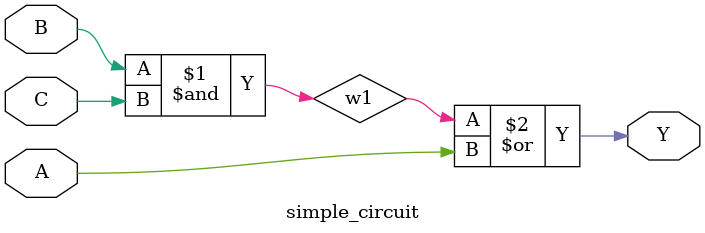
<source format=v>
module simple_circuit(A,B,C,Y);

input A,B,C;

output Y;

wire w1;

and G1( w1, B, C );
or G2( Y, w1, A);

endmodule

</source>
